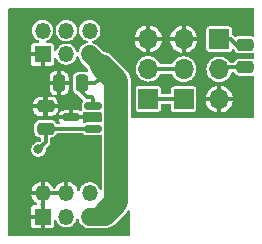
<source format=gbr>
%TF.GenerationSoftware,KiCad,Pcbnew,(5.99.0-8941-ge2f8b1a4b1)*%
%TF.CreationDate,2021-03-10T21:29:07+01:00*%
%TF.ProjectId,mod,6d6f642e-6b69-4636-9164-5f7063625858,rev?*%
%TF.SameCoordinates,Original*%
%TF.FileFunction,Copper,L2,Bot*%
%TF.FilePolarity,Positive*%
%FSLAX46Y46*%
G04 Gerber Fmt 4.6, Leading zero omitted, Abs format (unit mm)*
G04 Created by KiCad (PCBNEW (5.99.0-8941-ge2f8b1a4b1)) date 2021-03-10 21:29:07*
%MOMM*%
%LPD*%
G01*
G04 APERTURE LIST*
G04 Aperture macros list*
%AMRoundRect*
0 Rectangle with rounded corners*
0 $1 Rounding radius*
0 $2 $3 $4 $5 $6 $7 $8 $9 X,Y pos of 4 corners*
0 Add a 4 corners polygon primitive as box body*
4,1,4,$2,$3,$4,$5,$6,$7,$8,$9,$2,$3,0*
0 Add four circle primitives for the rounded corners*
1,1,$1+$1,$2,$3*
1,1,$1+$1,$4,$5*
1,1,$1+$1,$6,$7*
1,1,$1+$1,$8,$9*
0 Add four rect primitives between the rounded corners*
20,1,$1+$1,$2,$3,$4,$5,0*
20,1,$1+$1,$4,$5,$6,$7,0*
20,1,$1+$1,$6,$7,$8,$9,0*
20,1,$1+$1,$8,$9,$2,$3,0*%
G04 Aperture macros list end*
%TA.AperFunction,ComponentPad*%
%ADD10R,1.700000X1.700000*%
%TD*%
%TA.AperFunction,ComponentPad*%
%ADD11O,1.700000X1.700000*%
%TD*%
%TA.AperFunction,ComponentPad*%
%ADD12R,1.350000X1.350000*%
%TD*%
%TA.AperFunction,ComponentPad*%
%ADD13O,1.350000X1.350000*%
%TD*%
%TA.AperFunction,SMDPad,CuDef*%
%ADD14RoundRect,0.150000X0.587500X0.150000X-0.587500X0.150000X-0.587500X-0.150000X0.587500X-0.150000X0*%
%TD*%
%TA.AperFunction,SMDPad,CuDef*%
%ADD15RoundRect,0.250000X0.475000X-0.250000X0.475000X0.250000X-0.475000X0.250000X-0.475000X-0.250000X0*%
%TD*%
%TA.AperFunction,SMDPad,CuDef*%
%ADD16RoundRect,0.250000X0.250000X0.475000X-0.250000X0.475000X-0.250000X-0.475000X0.250000X-0.475000X0*%
%TD*%
%TA.AperFunction,SMDPad,CuDef*%
%ADD17RoundRect,0.250000X-0.475000X0.250000X-0.475000X-0.250000X0.475000X-0.250000X0.475000X0.250000X0*%
%TD*%
%TA.AperFunction,ViaPad*%
%ADD18C,0.800000*%
%TD*%
%TA.AperFunction,Conductor*%
%ADD19C,0.350000*%
%TD*%
%TA.AperFunction,Conductor*%
%ADD20C,2.000000*%
%TD*%
%TA.AperFunction,Conductor*%
%ADD21C,1.500000*%
%TD*%
G04 APERTURE END LIST*
D10*
%TO.P,J3,1,Pin_1*%
%TO.N,Net-(J3-Pad1)*%
X138200000Y-92975000D03*
D11*
%TO.P,J3,2,Pin_2*%
%TO.N,Net-(J3-Pad2)*%
X138200000Y-95515000D03*
%TO.P,J3,3,Pin_3*%
%TO.N,GND*%
X138200000Y-98055000D03*
%TD*%
D10*
%TO.P,J5,1,Pin_1*%
%TO.N,/SDA*%
X135200000Y-98050000D03*
D11*
%TO.P,J5,2,Pin_2*%
%TO.N,/SCL*%
X135200000Y-95510000D03*
%TO.P,J5,3,Pin_3*%
%TO.N,GND*%
X135200000Y-92970000D03*
%TD*%
D12*
%TO.P,J2,1,Pin_1*%
%TO.N,GND*%
X123250000Y-94250000D03*
D13*
%TO.P,J2,2,Pin_2*%
%TO.N,unconnected-(J2-Pad2)*%
X123250000Y-92250000D03*
%TO.P,J2,3,Pin_3*%
%TO.N,/PWM_OUT*%
X125250000Y-94250000D03*
%TO.P,J2,4,Pin_4*%
%TO.N,unconnected-(J2-Pad4)*%
X125250000Y-92250000D03*
%TO.P,J2,5,Pin_5*%
%TO.N,+12V*%
X127250000Y-94250000D03*
%TO.P,J2,6,Pin_6*%
%TO.N,unconnected-(J2-Pad6)*%
X127250000Y-92250000D03*
%TD*%
D12*
%TO.P,J1,1,Pin_1*%
%TO.N,GND*%
X123250000Y-108000000D03*
D13*
%TO.P,J1,2,Pin_2*%
X123250000Y-106000000D03*
%TO.P,J1,3,Pin_3*%
%TO.N,/PWM_IN*%
X125250000Y-108000000D03*
%TO.P,J1,4,Pin_4*%
%TO.N,GND*%
X125250000Y-106000000D03*
%TO.P,J1,5,Pin_5*%
%TO.N,+12V*%
X127250000Y-108000000D03*
%TO.P,J1,6,Pin_6*%
%TO.N,unconnected-(J1-Pad6)*%
X127250000Y-106000000D03*
%TD*%
D10*
%TO.P,J4,1,Pin_1*%
%TO.N,/SDA*%
X132200000Y-98025000D03*
D11*
%TO.P,J4,2,Pin_2*%
%TO.N,/SCL*%
X132200000Y-95485000D03*
%TO.P,J4,3,Pin_3*%
%TO.N,GND*%
X132200000Y-92945000D03*
%TD*%
D14*
%TO.P,U1,1,VI*%
%TO.N,+12V*%
X127537500Y-98650000D03*
%TO.P,U1,2,VO*%
%TO.N,Net-(C1-Pad1)*%
X127537500Y-100550000D03*
%TO.P,U1,3,GND*%
%TO.N,GND*%
X125662500Y-99600000D03*
%TD*%
D15*
%TO.P,C1,1*%
%TO.N,Net-(C1-Pad1)*%
X123500000Y-100550000D03*
%TO.P,C1,2*%
%TO.N,GND*%
X123500000Y-98650000D03*
%TD*%
D16*
%TO.P,C3,1*%
%TO.N,+12V*%
X126550000Y-96700000D03*
%TO.P,C3,2*%
%TO.N,GND*%
X124650000Y-96700000D03*
%TD*%
D17*
%TO.P,R1,1*%
%TO.N,Net-(J3-Pad1)*%
X140400000Y-93450000D03*
%TO.P,R1,2*%
%TO.N,Net-(J3-Pad2)*%
X140400000Y-95350000D03*
%TD*%
D18*
%TO.N,Net-(C1-Pad1)*%
X122900000Y-102300000D03*
%TO.N,GND*%
X121800000Y-96800000D03*
X122400000Y-103800000D03*
X129571258Y-93484979D03*
%TD*%
D19*
%TO.N,Net-(C1-Pad1)*%
X123500000Y-100550000D02*
X123500000Y-101700000D01*
X123500000Y-101700000D02*
X122900000Y-102300000D01*
X127537500Y-100550000D02*
X123500000Y-100550000D01*
%TO.N,+12V*%
X126550000Y-96700000D02*
X126550000Y-97450000D01*
X127000000Y-97900000D02*
X127400000Y-97900000D01*
X126550000Y-97450000D02*
X127000000Y-97900000D01*
X127400000Y-97900000D02*
X127537500Y-98037500D01*
X127537500Y-98037500D02*
X127537500Y-98650000D01*
X126550000Y-96700000D02*
X127700000Y-96700000D01*
X127700000Y-96700000D02*
X128250000Y-96150000D01*
X128250000Y-96150000D02*
X128250000Y-95250000D01*
D20*
X129500000Y-96500000D02*
X128250000Y-95250000D01*
X128500000Y-107750000D02*
X129500000Y-106750000D01*
X129500000Y-106750000D02*
X129500000Y-96500000D01*
D21*
X128250000Y-95250000D02*
X127250000Y-94250000D01*
X128250000Y-108000000D02*
X127250000Y-108000000D01*
X128500000Y-107750000D02*
X128250000Y-108000000D01*
D19*
%TO.N,Net-(J3-Pad2)*%
X138365000Y-95350000D02*
X138200000Y-95515000D01*
X140400000Y-95350000D02*
X138365000Y-95350000D01*
%TO.N,Net-(J3-Pad1)*%
X139175000Y-92975000D02*
X138200000Y-92975000D01*
X140400000Y-93450000D02*
X139650000Y-93450000D01*
X139650000Y-93450000D02*
X139175000Y-92975000D01*
%TO.N,/SCL*%
X135200000Y-95510000D02*
X132225000Y-95510000D01*
X132225000Y-95510000D02*
X132200000Y-95485000D01*
%TO.N,/SDA*%
X135200000Y-98050000D02*
X132225000Y-98050000D01*
X132225000Y-98050000D02*
X132200000Y-98025000D01*
%TD*%
%TA.AperFunction,Conductor*%
%TO.N,GND*%
G36*
X141109191Y-90368907D02*
G01*
X141145155Y-90418407D01*
X141150000Y-90449000D01*
X141150000Y-92658007D01*
X141131093Y-92716198D01*
X141081593Y-92752162D01*
X141022634Y-92752856D01*
X140945283Y-92729723D01*
X140942282Y-92729500D01*
X139890087Y-92729500D01*
X139886596Y-92730000D01*
X139886595Y-92730000D01*
X139857239Y-92734204D01*
X139791543Y-92743613D01*
X139668814Y-92799414D01*
X139667246Y-92800765D01*
X139610251Y-92815614D01*
X139553283Y-92793291D01*
X139546114Y-92786792D01*
X139499269Y-92739947D01*
X139499078Y-92739723D01*
X139499011Y-92739592D01*
X139410408Y-92650989D01*
X139403469Y-92647453D01*
X139403467Y-92647452D01*
X139389265Y-92640216D01*
X139376025Y-92632103D01*
X139356823Y-92618152D01*
X139343906Y-92613955D01*
X139294407Y-92577992D01*
X139275500Y-92519801D01*
X139275500Y-92125000D01*
X139258335Y-92038705D01*
X139209453Y-91965547D01*
X139136295Y-91916665D01*
X139050000Y-91899500D01*
X137350000Y-91899500D01*
X137263705Y-91916665D01*
X137190547Y-91965547D01*
X137141665Y-92038705D01*
X137124500Y-92125000D01*
X137124500Y-93825000D01*
X137141665Y-93911295D01*
X137147082Y-93919402D01*
X137167368Y-93949762D01*
X137190547Y-93984453D01*
X137198657Y-93989872D01*
X137216217Y-94001605D01*
X137263705Y-94033335D01*
X137350000Y-94050500D01*
X139050000Y-94050500D01*
X139136295Y-94033335D01*
X139183783Y-94001605D01*
X139201343Y-93989872D01*
X139209453Y-93984453D01*
X139232633Y-93949762D01*
X139252918Y-93919402D01*
X139258335Y-93911295D01*
X139272015Y-93842520D01*
X139301911Y-93789135D01*
X139357476Y-93763519D01*
X139414184Y-93774799D01*
X139414587Y-93774008D01*
X139414591Y-93774010D01*
X139414592Y-93774011D01*
X139420784Y-93777166D01*
X139421891Y-93778273D01*
X139427235Y-93781690D01*
X139427770Y-93782078D01*
X139426899Y-93783280D01*
X139464050Y-93820426D01*
X139468269Y-93831055D01*
X139468613Y-93833457D01*
X139524414Y-93956186D01*
X139553440Y-93989872D01*
X139605681Y-94050500D01*
X139612418Y-94058319D01*
X139725551Y-94131648D01*
X139732309Y-94133669D01*
X139732311Y-94133670D01*
X139764870Y-94143407D01*
X139854717Y-94170277D01*
X139857718Y-94170500D01*
X140909913Y-94170500D01*
X140913404Y-94170000D01*
X140913405Y-94170000D01*
X140942761Y-94165796D01*
X141008457Y-94156387D01*
X141014880Y-94153467D01*
X141021647Y-94151488D01*
X141022459Y-94154265D01*
X141070846Y-94148807D01*
X141124065Y-94178996D01*
X141149376Y-94234700D01*
X141150000Y-94245797D01*
X141150000Y-94558007D01*
X141131093Y-94616198D01*
X141081593Y-94652162D01*
X141022634Y-94652856D01*
X140945283Y-94629723D01*
X140942282Y-94629500D01*
X139890087Y-94629500D01*
X139886596Y-94630000D01*
X139886595Y-94630000D01*
X139859071Y-94633942D01*
X139791543Y-94643613D01*
X139668814Y-94699414D01*
X139566681Y-94787418D01*
X139562844Y-94793338D01*
X139519167Y-94860724D01*
X139493352Y-94900551D01*
X139493018Y-94900334D01*
X139454514Y-94941918D01*
X139406213Y-94954500D01*
X139171094Y-94954500D01*
X139112903Y-94935593D01*
X139094375Y-94918071D01*
X138966203Y-94760918D01*
X138963143Y-94757166D01*
X138931415Y-94730918D01*
X138805139Y-94626453D01*
X138805137Y-94626452D01*
X138801412Y-94623370D01*
X138616773Y-94523536D01*
X138527288Y-94495836D01*
X138420880Y-94462897D01*
X138420876Y-94462896D01*
X138416259Y-94461467D01*
X138411451Y-94460962D01*
X138411448Y-94460961D01*
X138212324Y-94440032D01*
X138212322Y-94440032D01*
X138207508Y-94439526D01*
X138139088Y-94445753D01*
X138003291Y-94458111D01*
X138003288Y-94458112D01*
X137998471Y-94458550D01*
X137993829Y-94459916D01*
X137993825Y-94459917D01*
X137801758Y-94516446D01*
X137801755Y-94516447D01*
X137797111Y-94517814D01*
X137788899Y-94522107D01*
X137615393Y-94612813D01*
X137615389Y-94612816D01*
X137611096Y-94615060D01*
X137607320Y-94618096D01*
X137607317Y-94618098D01*
X137451284Y-94743552D01*
X137447512Y-94746585D01*
X137444403Y-94750290D01*
X137444400Y-94750293D01*
X137315707Y-94903663D01*
X137312590Y-94907378D01*
X137310254Y-94911626D01*
X137310254Y-94911627D01*
X137284405Y-94958646D01*
X137211470Y-95091315D01*
X137210007Y-95095928D01*
X137210005Y-95095932D01*
X137167493Y-95229947D01*
X137148002Y-95291391D01*
X137124605Y-95499984D01*
X137125010Y-95504804D01*
X137140522Y-95689529D01*
X137142169Y-95709148D01*
X137143502Y-95713796D01*
X137143502Y-95713797D01*
X137198337Y-95905030D01*
X137200025Y-95910918D01*
X137202240Y-95915227D01*
X137202240Y-95915228D01*
X137251572Y-96011217D01*
X137295971Y-96097607D01*
X137426350Y-96262105D01*
X137430037Y-96265243D01*
X137430039Y-96265245D01*
X137476164Y-96304500D01*
X137586198Y-96398146D01*
X137590421Y-96400506D01*
X137590425Y-96400509D01*
X137707181Y-96465761D01*
X137769425Y-96500548D01*
X137774023Y-96502042D01*
X137964447Y-96563915D01*
X137964449Y-96563916D01*
X137969052Y-96565411D01*
X138177476Y-96590264D01*
X138182298Y-96589893D01*
X138182301Y-96589893D01*
X138250860Y-96584618D01*
X138386759Y-96574161D01*
X138588927Y-96517714D01*
X138593240Y-96515535D01*
X138593246Y-96515533D01*
X138730541Y-96446180D01*
X138776282Y-96423075D01*
X138850604Y-96365008D01*
X138937875Y-96296825D01*
X138937878Y-96296822D01*
X138941686Y-96293847D01*
X138965011Y-96266825D01*
X139075675Y-96138619D01*
X139075677Y-96138617D01*
X139078839Y-96134953D01*
X139176880Y-95962370D01*
X139180129Y-95956651D01*
X139180130Y-95956648D01*
X139182518Y-95952445D01*
X139184182Y-95947445D01*
X139228822Y-95813251D01*
X139265131Y-95764003D01*
X139322761Y-95745500D01*
X139410349Y-95745500D01*
X139468540Y-95764407D01*
X139500471Y-95803525D01*
X139524414Y-95856186D01*
X139529019Y-95861530D01*
X139529020Y-95861532D01*
X139607813Y-95952975D01*
X139612418Y-95958319D01*
X139725551Y-96031648D01*
X139732309Y-96033669D01*
X139732311Y-96033670D01*
X139777817Y-96047279D01*
X139854717Y-96070277D01*
X139857718Y-96070500D01*
X140909913Y-96070500D01*
X140913404Y-96070000D01*
X140913405Y-96070000D01*
X140960180Y-96063301D01*
X141008457Y-96056387D01*
X141014880Y-96053467D01*
X141021647Y-96051488D01*
X141022459Y-96054265D01*
X141070846Y-96048807D01*
X141124065Y-96078996D01*
X141149376Y-96134700D01*
X141150000Y-96145797D01*
X141150000Y-99551000D01*
X141131093Y-99609191D01*
X141081593Y-99645155D01*
X141051000Y-99650000D01*
X131021527Y-99650000D01*
X131012984Y-99649631D01*
X130980300Y-99646800D01*
X130980299Y-99646800D01*
X130972147Y-99646094D01*
X130964206Y-99648067D01*
X130964201Y-99648067D01*
X130932695Y-99655893D01*
X130925086Y-99657469D01*
X130913374Y-99659419D01*
X130885009Y-99664140D01*
X130877808Y-99668026D01*
X130872297Y-99669912D01*
X130866953Y-99672224D01*
X130859012Y-99674197D01*
X130856237Y-99675989D01*
X130797903Y-99681503D01*
X130745238Y-99650356D01*
X130720939Y-99594203D01*
X130720500Y-99584887D01*
X130720500Y-97175000D01*
X131124500Y-97175000D01*
X131124500Y-98875000D01*
X131141665Y-98961295D01*
X131190547Y-99034453D01*
X131263705Y-99083335D01*
X131350000Y-99100500D01*
X133050000Y-99100500D01*
X133136295Y-99083335D01*
X133209453Y-99034453D01*
X133258335Y-98961295D01*
X133275500Y-98875000D01*
X133275500Y-98544500D01*
X133294407Y-98486309D01*
X133343907Y-98450345D01*
X133374500Y-98445500D01*
X134025500Y-98445500D01*
X134083691Y-98464407D01*
X134119655Y-98513907D01*
X134124500Y-98544500D01*
X134124500Y-98900000D01*
X134141665Y-98986295D01*
X134156330Y-99008243D01*
X134177464Y-99039872D01*
X134190547Y-99059453D01*
X134198657Y-99064872D01*
X134226289Y-99083335D01*
X134263705Y-99108335D01*
X134350000Y-99125500D01*
X136050000Y-99125500D01*
X136136295Y-99108335D01*
X136173711Y-99083335D01*
X136201343Y-99064872D01*
X136209453Y-99059453D01*
X136222537Y-99039872D01*
X136243670Y-99008243D01*
X136258335Y-98986295D01*
X136275500Y-98900000D01*
X136275500Y-98236890D01*
X137059831Y-98236890D01*
X137060336Y-98240077D01*
X137110131Y-98436145D01*
X137113151Y-98444673D01*
X137197841Y-98628378D01*
X137202359Y-98636204D01*
X137319115Y-98801410D01*
X137324979Y-98808276D01*
X137469880Y-98949433D01*
X137476912Y-98955128D01*
X137645108Y-99067512D01*
X137653054Y-99071826D01*
X137838915Y-99151678D01*
X137847510Y-99154471D01*
X138009707Y-99191173D01*
X138022602Y-99189989D01*
X138025000Y-99181270D01*
X138025000Y-98245680D01*
X138022583Y-98238243D01*
X138375000Y-98238243D01*
X138375000Y-99176128D01*
X138379122Y-99188813D01*
X138380292Y-99189664D01*
X138386272Y-99190174D01*
X138465132Y-99178739D01*
X138473931Y-99176627D01*
X138665480Y-99111605D01*
X138673744Y-99107925D01*
X138850236Y-99009085D01*
X138857689Y-99003963D01*
X139013214Y-98874614D01*
X139019614Y-98868214D01*
X139148963Y-98712689D01*
X139154085Y-98705236D01*
X139252925Y-98528744D01*
X139256605Y-98520480D01*
X139321627Y-98328931D01*
X139323739Y-98320132D01*
X139334558Y-98245518D01*
X139332299Y-98232372D01*
X139331263Y-98231363D01*
X139325417Y-98230000D01*
X138390680Y-98230000D01*
X138377995Y-98234122D01*
X138375000Y-98238243D01*
X138022583Y-98238243D01*
X138020878Y-98232995D01*
X138016757Y-98230000D01*
X137074528Y-98230000D01*
X137061843Y-98234122D01*
X137059831Y-98236890D01*
X136275500Y-98236890D01*
X136275500Y-97864428D01*
X137064373Y-97864428D01*
X137066976Y-97877511D01*
X137068549Y-97878965D01*
X137073264Y-97880000D01*
X138009320Y-97880000D01*
X138022005Y-97875878D01*
X138025000Y-97871757D01*
X138025000Y-96933739D01*
X138023728Y-96929826D01*
X138375000Y-96929826D01*
X138375000Y-97864320D01*
X138379122Y-97877005D01*
X138383243Y-97880000D01*
X139323239Y-97880000D01*
X139335924Y-97875878D01*
X139337593Y-97873582D01*
X139337997Y-97869965D01*
X139336074Y-97849035D01*
X139334427Y-97840151D01*
X139279517Y-97645455D01*
X139276276Y-97637011D01*
X139186807Y-97455586D01*
X139182082Y-97447876D01*
X139061048Y-97285791D01*
X139054999Y-97279073D01*
X138906449Y-97141756D01*
X138899284Y-97136257D01*
X138728196Y-97028308D01*
X138720143Y-97024205D01*
X138532250Y-96949244D01*
X138523592Y-96946679D01*
X138390379Y-96920181D01*
X138377133Y-96921749D01*
X138377099Y-96921780D01*
X138375000Y-96929826D01*
X138023728Y-96929826D01*
X138020878Y-96921054D01*
X138020274Y-96920615D01*
X138013127Y-96920099D01*
X137905540Y-96938587D01*
X137896804Y-96940928D01*
X137707019Y-97010943D01*
X137698856Y-97014836D01*
X137525014Y-97118261D01*
X137517690Y-97123582D01*
X137365608Y-97256956D01*
X137359381Y-97263517D01*
X137234147Y-97422375D01*
X137229222Y-97429958D01*
X137135031Y-97608987D01*
X137131573Y-97617335D01*
X137071586Y-97810528D01*
X137069707Y-97819367D01*
X137064373Y-97864428D01*
X136275500Y-97864428D01*
X136275500Y-97200000D01*
X136258335Y-97113705D01*
X136209453Y-97040547D01*
X136189999Y-97027548D01*
X136144402Y-96997082D01*
X136144403Y-96997082D01*
X136136295Y-96991665D01*
X136050000Y-96974500D01*
X134350000Y-96974500D01*
X134263705Y-96991665D01*
X134255597Y-96997082D01*
X134255598Y-96997082D01*
X134210002Y-97027548D01*
X134190547Y-97040547D01*
X134141665Y-97113705D01*
X134124500Y-97200000D01*
X134124500Y-97555500D01*
X134105593Y-97613691D01*
X134056093Y-97649655D01*
X134025500Y-97654500D01*
X133374500Y-97654500D01*
X133316309Y-97635593D01*
X133280345Y-97586093D01*
X133275500Y-97555500D01*
X133275500Y-97175000D01*
X133258335Y-97088705D01*
X133224669Y-97038320D01*
X133214872Y-97023657D01*
X133209453Y-97015547D01*
X133136295Y-96966665D01*
X133050000Y-96949500D01*
X131350000Y-96949500D01*
X131263705Y-96966665D01*
X131190547Y-97015547D01*
X131185128Y-97023657D01*
X131175331Y-97038320D01*
X131141665Y-97088705D01*
X131124500Y-97175000D01*
X130720500Y-97175000D01*
X130720500Y-96587619D01*
X130721347Y-96574697D01*
X130723850Y-96555688D01*
X130723850Y-96555684D01*
X130724425Y-96551318D01*
X130720610Y-96470425D01*
X130720500Y-96465761D01*
X130720500Y-96443975D01*
X130718271Y-96418997D01*
X130717990Y-96414876D01*
X130716822Y-96390095D01*
X130714161Y-96333681D01*
X130709926Y-96315190D01*
X130707819Y-96301887D01*
X130706524Y-96287372D01*
X130706523Y-96287368D01*
X130706132Y-96282983D01*
X130701280Y-96265245D01*
X130684671Y-96204537D01*
X130683661Y-96200514D01*
X130680144Y-96185155D01*
X130673860Y-96157718D01*
X130666505Y-96125604D01*
X130666504Y-96125601D01*
X130665519Y-96121300D01*
X130660110Y-96108619D01*
X130658077Y-96103852D01*
X130653648Y-96091132D01*
X130649805Y-96077085D01*
X130649802Y-96077078D01*
X130648639Y-96072825D01*
X130646151Y-96067607D01*
X130613638Y-95999443D01*
X130611932Y-95995665D01*
X130581768Y-95924947D01*
X130581767Y-95924946D01*
X130580037Y-95920889D01*
X130577619Y-95917208D01*
X130577613Y-95917197D01*
X130569620Y-95905030D01*
X130563008Y-95893296D01*
X130556741Y-95880156D01*
X130556737Y-95880149D01*
X130554839Y-95876170D01*
X130507396Y-95810146D01*
X130505060Y-95806747D01*
X130493959Y-95789847D01*
X130460416Y-95738783D01*
X130458007Y-95736079D01*
X130458003Y-95736074D01*
X130441645Y-95717715D01*
X130435171Y-95709634D01*
X130427697Y-95699233D01*
X130350174Y-95624108D01*
X130349065Y-95623017D01*
X130196032Y-95469984D01*
X131124605Y-95469984D01*
X131127124Y-95499984D01*
X131139923Y-95652398D01*
X131142169Y-95679148D01*
X131143502Y-95683796D01*
X131143502Y-95683797D01*
X131198664Y-95876170D01*
X131200025Y-95880918D01*
X131202240Y-95885227D01*
X131202240Y-95885228D01*
X131222653Y-95924947D01*
X131295971Y-96067607D01*
X131426350Y-96232105D01*
X131430037Y-96235243D01*
X131430039Y-96235245D01*
X131493022Y-96288847D01*
X131586198Y-96368146D01*
X131590421Y-96370506D01*
X131590425Y-96370509D01*
X131684482Y-96423075D01*
X131769425Y-96470548D01*
X131774023Y-96472042D01*
X131964447Y-96533915D01*
X131964449Y-96533916D01*
X131969052Y-96535411D01*
X132177476Y-96560264D01*
X132182298Y-96559893D01*
X132182301Y-96559893D01*
X132250860Y-96554618D01*
X132386759Y-96544161D01*
X132588927Y-96487714D01*
X132593240Y-96485535D01*
X132593246Y-96485533D01*
X132681919Y-96440741D01*
X132776282Y-96393075D01*
X132852303Y-96333681D01*
X132937875Y-96266825D01*
X132937878Y-96266822D01*
X132941686Y-96263847D01*
X132950783Y-96253308D01*
X133075675Y-96108619D01*
X133075677Y-96108617D01*
X133078839Y-96104953D01*
X133163684Y-95955599D01*
X133208866Y-95914342D01*
X133249763Y-95905500D01*
X134139381Y-95905500D01*
X134197572Y-95924407D01*
X134227432Y-95959246D01*
X134295971Y-96092607D01*
X134426350Y-96257105D01*
X134430037Y-96260243D01*
X134430039Y-96260245D01*
X134473021Y-96296825D01*
X134586198Y-96393146D01*
X134590421Y-96395506D01*
X134590425Y-96395509D01*
X134673220Y-96441781D01*
X134769425Y-96495548D01*
X134774023Y-96497042D01*
X134964447Y-96558915D01*
X134964449Y-96558916D01*
X134969052Y-96560411D01*
X135177476Y-96585264D01*
X135182298Y-96584893D01*
X135182301Y-96584893D01*
X135250860Y-96579618D01*
X135386759Y-96569161D01*
X135588927Y-96512714D01*
X135593240Y-96510535D01*
X135593246Y-96510533D01*
X135681919Y-96465741D01*
X135776282Y-96418075D01*
X135878661Y-96338088D01*
X135937875Y-96291825D01*
X135937878Y-96291822D01*
X135941686Y-96288847D01*
X135962059Y-96265245D01*
X136075675Y-96133619D01*
X136075677Y-96133617D01*
X136078839Y-96129953D01*
X136170379Y-95968814D01*
X136180129Y-95951651D01*
X136180130Y-95951648D01*
X136182518Y-95947445D01*
X136190003Y-95924947D01*
X136247246Y-95752866D01*
X136247246Y-95752864D01*
X136248773Y-95748275D01*
X136250315Y-95736074D01*
X136264459Y-95624108D01*
X136275081Y-95540030D01*
X136275500Y-95510000D01*
X136255017Y-95301101D01*
X136252086Y-95291391D01*
X136207307Y-95143078D01*
X136194349Y-95100159D01*
X136095807Y-94914827D01*
X135963143Y-94752166D01*
X135861830Y-94668352D01*
X135805139Y-94621453D01*
X135805137Y-94621452D01*
X135801412Y-94618370D01*
X135630274Y-94525836D01*
X135621027Y-94520836D01*
X135621026Y-94520836D01*
X135616773Y-94518536D01*
X135542885Y-94495664D01*
X135420880Y-94457897D01*
X135420876Y-94457896D01*
X135416259Y-94456467D01*
X135411451Y-94455962D01*
X135411448Y-94455961D01*
X135212324Y-94435032D01*
X135212322Y-94435032D01*
X135207508Y-94434526D01*
X135152568Y-94439526D01*
X135003291Y-94453111D01*
X135003288Y-94453112D01*
X134998471Y-94453550D01*
X134993829Y-94454916D01*
X134993825Y-94454917D01*
X134801758Y-94511446D01*
X134801755Y-94511447D01*
X134797111Y-94512814D01*
X134792817Y-94515059D01*
X134615393Y-94607813D01*
X134615389Y-94607816D01*
X134611096Y-94610060D01*
X134607320Y-94613096D01*
X134607317Y-94613098D01*
X134460779Y-94730918D01*
X134447512Y-94741585D01*
X134444403Y-94745290D01*
X134444400Y-94745293D01*
X134317083Y-94897023D01*
X134312590Y-94902378D01*
X134310256Y-94906624D01*
X134310251Y-94906631D01*
X134224181Y-95063193D01*
X134179579Y-95105078D01*
X134137427Y-95114500D01*
X133274752Y-95114500D01*
X133216561Y-95095593D01*
X133187340Y-95061977D01*
X133098081Y-94894104D01*
X133095807Y-94889827D01*
X132963143Y-94727166D01*
X132929597Y-94699414D01*
X132805139Y-94596453D01*
X132805137Y-94596452D01*
X132801412Y-94593370D01*
X132649897Y-94511446D01*
X132621027Y-94495836D01*
X132621026Y-94495836D01*
X132616773Y-94493536D01*
X132513174Y-94461467D01*
X132420880Y-94432897D01*
X132420876Y-94432896D01*
X132416259Y-94431467D01*
X132411451Y-94430962D01*
X132411448Y-94430961D01*
X132212324Y-94410032D01*
X132212322Y-94410032D01*
X132207508Y-94409526D01*
X132159952Y-94413854D01*
X132003291Y-94428111D01*
X132003288Y-94428112D01*
X131998471Y-94428550D01*
X131993829Y-94429916D01*
X131993825Y-94429917D01*
X131801758Y-94486446D01*
X131801755Y-94486447D01*
X131797111Y-94487814D01*
X131781766Y-94495836D01*
X131615393Y-94582813D01*
X131615389Y-94582816D01*
X131611096Y-94585060D01*
X131607320Y-94588096D01*
X131607317Y-94588098D01*
X131475280Y-94694259D01*
X131447512Y-94716585D01*
X131444403Y-94720290D01*
X131444400Y-94720293D01*
X131315707Y-94873663D01*
X131312590Y-94877378D01*
X131310254Y-94881626D01*
X131310254Y-94881627D01*
X131288929Y-94920417D01*
X131211470Y-95061315D01*
X131210007Y-95065928D01*
X131210005Y-95065932D01*
X131169856Y-95192498D01*
X131148002Y-95261391D01*
X131124605Y-95469984D01*
X130196032Y-95469984D01*
X129074957Y-94348910D01*
X129073408Y-94347361D01*
X128949410Y-94243682D01*
X128760152Y-94135731D01*
X128554769Y-94063002D01*
X128550426Y-94062291D01*
X128550423Y-94062290D01*
X128443601Y-94044797D01*
X128389596Y-94017102D01*
X127901440Y-93528946D01*
X127833076Y-93473189D01*
X127790885Y-93438778D01*
X127790882Y-93438776D01*
X127786994Y-93435605D01*
X127612270Y-93344262D01*
X127607446Y-93342879D01*
X127607444Y-93342878D01*
X127549088Y-93326145D01*
X127481859Y-93306867D01*
X127431135Y-93272654D01*
X127410208Y-93215158D01*
X127427073Y-93156343D01*
X127464772Y-93126890D01*
X131059831Y-93126890D01*
X131060336Y-93130077D01*
X131110131Y-93326145D01*
X131113151Y-93334673D01*
X131197841Y-93518378D01*
X131202359Y-93526204D01*
X131319115Y-93691410D01*
X131324979Y-93698276D01*
X131469880Y-93839433D01*
X131476912Y-93845128D01*
X131645108Y-93957512D01*
X131653054Y-93961826D01*
X131838915Y-94041678D01*
X131847510Y-94044471D01*
X132009707Y-94081173D01*
X132022602Y-94079989D01*
X132025000Y-94071270D01*
X132025000Y-93135680D01*
X132022583Y-93128243D01*
X132375000Y-93128243D01*
X132375000Y-94066128D01*
X132379122Y-94078813D01*
X132380292Y-94079664D01*
X132386272Y-94080174D01*
X132465132Y-94068739D01*
X132473931Y-94066627D01*
X132665480Y-94001605D01*
X132673744Y-93997925D01*
X132850236Y-93899085D01*
X132857689Y-93893963D01*
X133013214Y-93764614D01*
X133019614Y-93758214D01*
X133148963Y-93602689D01*
X133154085Y-93595236D01*
X133252925Y-93418744D01*
X133256605Y-93410480D01*
X133321627Y-93218931D01*
X133323739Y-93210132D01*
X133332184Y-93151890D01*
X134059831Y-93151890D01*
X134060336Y-93155077D01*
X134110131Y-93351145D01*
X134113151Y-93359673D01*
X134197841Y-93543378D01*
X134202359Y-93551204D01*
X134319115Y-93716410D01*
X134324979Y-93723276D01*
X134469880Y-93864433D01*
X134476912Y-93870128D01*
X134645108Y-93982512D01*
X134653054Y-93986826D01*
X134838915Y-94066678D01*
X134847510Y-94069471D01*
X135009707Y-94106173D01*
X135022602Y-94104989D01*
X135025000Y-94096270D01*
X135025000Y-93160680D01*
X135022583Y-93153243D01*
X135375000Y-93153243D01*
X135375000Y-94091128D01*
X135379122Y-94103813D01*
X135380292Y-94104664D01*
X135386272Y-94105174D01*
X135465132Y-94093739D01*
X135473931Y-94091627D01*
X135665480Y-94026605D01*
X135673744Y-94022925D01*
X135850236Y-93924085D01*
X135857689Y-93918963D01*
X136013214Y-93789614D01*
X136019614Y-93783214D01*
X136148963Y-93627689D01*
X136154085Y-93620236D01*
X136252925Y-93443744D01*
X136256605Y-93435480D01*
X136321627Y-93243931D01*
X136323739Y-93235132D01*
X136334558Y-93160518D01*
X136332299Y-93147372D01*
X136331263Y-93146363D01*
X136325417Y-93145000D01*
X135390680Y-93145000D01*
X135377995Y-93149122D01*
X135375000Y-93153243D01*
X135022583Y-93153243D01*
X135020878Y-93147995D01*
X135016757Y-93145000D01*
X134074528Y-93145000D01*
X134061843Y-93149122D01*
X134059831Y-93151890D01*
X133332184Y-93151890D01*
X133334558Y-93135518D01*
X133332299Y-93122372D01*
X133331263Y-93121363D01*
X133325417Y-93120000D01*
X132390680Y-93120000D01*
X132377995Y-93124122D01*
X132375000Y-93128243D01*
X132022583Y-93128243D01*
X132020878Y-93122995D01*
X132016757Y-93120000D01*
X131074528Y-93120000D01*
X131061843Y-93124122D01*
X131059831Y-93126890D01*
X127464772Y-93126890D01*
X127475288Y-93118674D01*
X127488564Y-93114867D01*
X127523191Y-93107506D01*
X127523195Y-93107505D01*
X127528270Y-93106426D01*
X127533004Y-93104318D01*
X127533008Y-93104317D01*
X127599207Y-93074843D01*
X127700250Y-93029856D01*
X127852552Y-92919202D01*
X127856018Y-92915352D01*
X127856022Y-92915349D01*
X127975048Y-92783157D01*
X127978406Y-92779428D01*
X134064373Y-92779428D01*
X134066976Y-92792511D01*
X134068549Y-92793965D01*
X134073264Y-92795000D01*
X135009320Y-92795000D01*
X135022005Y-92790878D01*
X135025000Y-92786757D01*
X135025000Y-91848739D01*
X135023728Y-91844826D01*
X135375000Y-91844826D01*
X135375000Y-92779320D01*
X135379122Y-92792005D01*
X135383243Y-92795000D01*
X136323239Y-92795000D01*
X136335924Y-92790878D01*
X136337593Y-92788582D01*
X136337997Y-92784965D01*
X136336074Y-92764035D01*
X136334427Y-92755151D01*
X136279517Y-92560455D01*
X136276276Y-92552011D01*
X136186807Y-92370586D01*
X136182082Y-92362876D01*
X136061048Y-92200791D01*
X136054999Y-92194073D01*
X135906449Y-92056756D01*
X135899284Y-92051257D01*
X135728196Y-91943308D01*
X135720143Y-91939205D01*
X135532250Y-91864244D01*
X135523592Y-91861679D01*
X135390379Y-91835181D01*
X135377133Y-91836749D01*
X135377099Y-91836780D01*
X135375000Y-91844826D01*
X135023728Y-91844826D01*
X135020878Y-91836054D01*
X135020274Y-91835615D01*
X135013127Y-91835099D01*
X134905540Y-91853587D01*
X134896804Y-91855928D01*
X134707019Y-91925943D01*
X134698856Y-91929836D01*
X134525014Y-92033261D01*
X134517690Y-92038582D01*
X134365608Y-92171956D01*
X134359381Y-92178517D01*
X134234147Y-92337375D01*
X134229222Y-92344958D01*
X134135031Y-92523987D01*
X134131573Y-92532335D01*
X134071586Y-92725528D01*
X134069707Y-92734367D01*
X134064373Y-92779428D01*
X127978406Y-92779428D01*
X127978520Y-92779301D01*
X127983890Y-92770000D01*
X127992880Y-92754428D01*
X131064373Y-92754428D01*
X131066976Y-92767511D01*
X131068549Y-92768965D01*
X131073264Y-92770000D01*
X132009320Y-92770000D01*
X132022005Y-92765878D01*
X132025000Y-92761757D01*
X132025000Y-91823739D01*
X132023728Y-91819826D01*
X132375000Y-91819826D01*
X132375000Y-92754320D01*
X132379122Y-92767005D01*
X132383243Y-92770000D01*
X133323239Y-92770000D01*
X133335924Y-92765878D01*
X133337593Y-92763582D01*
X133337997Y-92759965D01*
X133336074Y-92739035D01*
X133334427Y-92730151D01*
X133279517Y-92535455D01*
X133276276Y-92527011D01*
X133186807Y-92345586D01*
X133182082Y-92337876D01*
X133061048Y-92175791D01*
X133054999Y-92169073D01*
X132906449Y-92031756D01*
X132899284Y-92026257D01*
X132728196Y-91918308D01*
X132720143Y-91914205D01*
X132532250Y-91839244D01*
X132523592Y-91836679D01*
X132390379Y-91810181D01*
X132377133Y-91811749D01*
X132377099Y-91811780D01*
X132375000Y-91819826D01*
X132023728Y-91819826D01*
X132020878Y-91811054D01*
X132020274Y-91810615D01*
X132013127Y-91810099D01*
X131905540Y-91828587D01*
X131896804Y-91830928D01*
X131707019Y-91900943D01*
X131698856Y-91904836D01*
X131525014Y-92008261D01*
X131517690Y-92013582D01*
X131365608Y-92146956D01*
X131359381Y-92153517D01*
X131234147Y-92312375D01*
X131229222Y-92319958D01*
X131135031Y-92498987D01*
X131131573Y-92507335D01*
X131071586Y-92700528D01*
X131069707Y-92709367D01*
X131064373Y-92754428D01*
X127992880Y-92754428D01*
X128070056Y-92620756D01*
X128070057Y-92620754D01*
X128072648Y-92616266D01*
X128075200Y-92608412D01*
X128129220Y-92442156D01*
X128129221Y-92442152D01*
X128130822Y-92437224D01*
X128150500Y-92250000D01*
X128130822Y-92062776D01*
X128127080Y-92051257D01*
X128074250Y-91888664D01*
X128074249Y-91888663D01*
X128072648Y-91883734D01*
X128061396Y-91864244D01*
X127981113Y-91725190D01*
X127981112Y-91725189D01*
X127978520Y-91720699D01*
X127970912Y-91712249D01*
X127856022Y-91584651D01*
X127856018Y-91584648D01*
X127852552Y-91580798D01*
X127700250Y-91470144D01*
X127599207Y-91425157D01*
X127533008Y-91395683D01*
X127533004Y-91395682D01*
X127528270Y-91393574D01*
X127344128Y-91354433D01*
X127155872Y-91354433D01*
X126971730Y-91393574D01*
X126966996Y-91395682D01*
X126966992Y-91395683D01*
X126900793Y-91425157D01*
X126799750Y-91470144D01*
X126647448Y-91580798D01*
X126643982Y-91584648D01*
X126643978Y-91584651D01*
X126529088Y-91712249D01*
X126521480Y-91720699D01*
X126518888Y-91725189D01*
X126518887Y-91725190D01*
X126438605Y-91864244D01*
X126427352Y-91883734D01*
X126425751Y-91888663D01*
X126425750Y-91888664D01*
X126372921Y-92051257D01*
X126369178Y-92062776D01*
X126349500Y-92250000D01*
X126369178Y-92437224D01*
X126370779Y-92442152D01*
X126370780Y-92442156D01*
X126424800Y-92608412D01*
X126427352Y-92616266D01*
X126429943Y-92620754D01*
X126429944Y-92620756D01*
X126516110Y-92770000D01*
X126521480Y-92779301D01*
X126524952Y-92783157D01*
X126643978Y-92915349D01*
X126643982Y-92915352D01*
X126647448Y-92919202D01*
X126799750Y-93029856D01*
X126900793Y-93074843D01*
X126966992Y-93104317D01*
X126966996Y-93104318D01*
X126971730Y-93106426D01*
X126976805Y-93107505D01*
X126976809Y-93107506D01*
X127005537Y-93113613D01*
X127058525Y-93144206D01*
X127083411Y-93200102D01*
X127070689Y-93259950D01*
X127025219Y-93300890D01*
X127016859Y-93304166D01*
X127007060Y-93307502D01*
X126848666Y-93361423D01*
X126848660Y-93361426D01*
X126843918Y-93363040D01*
X126839597Y-93365575D01*
X126839593Y-93365577D01*
X126706361Y-93443744D01*
X126673864Y-93462810D01*
X126527345Y-93594737D01*
X126410346Y-93753430D01*
X126408243Y-93757981D01*
X126408242Y-93757983D01*
X126333656Y-93919402D01*
X126327646Y-93932408D01*
X126326501Y-93937291D01*
X126326499Y-93937296D01*
X126308341Y-94014716D01*
X126276646Y-94067052D01*
X126220242Y-94090763D01*
X126160673Y-94076791D01*
X126120693Y-94030474D01*
X126117802Y-94022703D01*
X126074250Y-93888664D01*
X126074249Y-93888663D01*
X126072648Y-93883734D01*
X126018032Y-93789135D01*
X125981113Y-93725190D01*
X125981112Y-93725189D01*
X125978520Y-93720699D01*
X125901195Y-93634821D01*
X125856022Y-93584651D01*
X125856018Y-93584648D01*
X125852552Y-93580798D01*
X125700250Y-93470144D01*
X125566242Y-93410480D01*
X125533008Y-93395683D01*
X125533004Y-93395682D01*
X125528270Y-93393574D01*
X125344128Y-93354433D01*
X125155872Y-93354433D01*
X124971730Y-93393574D01*
X124966996Y-93395682D01*
X124966992Y-93395683D01*
X124933758Y-93410480D01*
X124799750Y-93470144D01*
X124647448Y-93580798D01*
X124643982Y-93584648D01*
X124643978Y-93584651D01*
X124598805Y-93634821D01*
X124521480Y-93720699D01*
X124518888Y-93725189D01*
X124518887Y-93725190D01*
X124481969Y-93789135D01*
X124427352Y-93883734D01*
X124425751Y-93888663D01*
X124425750Y-93888664D01*
X124423155Y-93896651D01*
X124387191Y-93946151D01*
X124329000Y-93965058D01*
X124270809Y-93946151D01*
X124234845Y-93896651D01*
X124230000Y-93866058D01*
X124230000Y-93576130D01*
X124229947Y-93573863D01*
X124228963Y-93552577D01*
X124227133Y-93541354D01*
X124200535Y-93447870D01*
X124192498Y-93431732D01*
X124136005Y-93356922D01*
X124122679Y-93344774D01*
X124042979Y-93295426D01*
X124026158Y-93288910D01*
X123929507Y-93270842D01*
X123920417Y-93270000D01*
X123626636Y-93270000D01*
X123568445Y-93251093D01*
X123532481Y-93201593D01*
X123532481Y-93140407D01*
X123568445Y-93090907D01*
X123586369Y-93080559D01*
X123695516Y-93031964D01*
X123695518Y-93031963D01*
X123700250Y-93029856D01*
X123852552Y-92919202D01*
X123856018Y-92915352D01*
X123856022Y-92915349D01*
X123975048Y-92783157D01*
X123978520Y-92779301D01*
X123983890Y-92770000D01*
X124070056Y-92620756D01*
X124070057Y-92620754D01*
X124072648Y-92616266D01*
X124075200Y-92608412D01*
X124129220Y-92442156D01*
X124129221Y-92442152D01*
X124130822Y-92437224D01*
X124150500Y-92250000D01*
X124349500Y-92250000D01*
X124369178Y-92437224D01*
X124370779Y-92442152D01*
X124370780Y-92442156D01*
X124424800Y-92608412D01*
X124427352Y-92616266D01*
X124429943Y-92620754D01*
X124429944Y-92620756D01*
X124516110Y-92770000D01*
X124521480Y-92779301D01*
X124524952Y-92783157D01*
X124643978Y-92915349D01*
X124643982Y-92915352D01*
X124647448Y-92919202D01*
X124799750Y-93029856D01*
X124900793Y-93074843D01*
X124966992Y-93104317D01*
X124966996Y-93104318D01*
X124971730Y-93106426D01*
X125155872Y-93145567D01*
X125344128Y-93145567D01*
X125528270Y-93106426D01*
X125533004Y-93104318D01*
X125533008Y-93104317D01*
X125599207Y-93074843D01*
X125700250Y-93029856D01*
X125852552Y-92919202D01*
X125856018Y-92915352D01*
X125856022Y-92915349D01*
X125975048Y-92783157D01*
X125978520Y-92779301D01*
X125983890Y-92770000D01*
X126070056Y-92620756D01*
X126070057Y-92620754D01*
X126072648Y-92616266D01*
X126075200Y-92608412D01*
X126129220Y-92442156D01*
X126129221Y-92442152D01*
X126130822Y-92437224D01*
X126150500Y-92250000D01*
X126130822Y-92062776D01*
X126127080Y-92051257D01*
X126074250Y-91888664D01*
X126074249Y-91888663D01*
X126072648Y-91883734D01*
X126061396Y-91864244D01*
X125981113Y-91725190D01*
X125981112Y-91725189D01*
X125978520Y-91720699D01*
X125970912Y-91712249D01*
X125856022Y-91584651D01*
X125856018Y-91584648D01*
X125852552Y-91580798D01*
X125700250Y-91470144D01*
X125599207Y-91425157D01*
X125533008Y-91395683D01*
X125533004Y-91395682D01*
X125528270Y-91393574D01*
X125344128Y-91354433D01*
X125155872Y-91354433D01*
X124971730Y-91393574D01*
X124966996Y-91395682D01*
X124966992Y-91395683D01*
X124900793Y-91425157D01*
X124799750Y-91470144D01*
X124647448Y-91580798D01*
X124643982Y-91584648D01*
X124643978Y-91584651D01*
X124529088Y-91712249D01*
X124521480Y-91720699D01*
X124518888Y-91725189D01*
X124518887Y-91725190D01*
X124438605Y-91864244D01*
X124427352Y-91883734D01*
X124425751Y-91888663D01*
X124425750Y-91888664D01*
X124372921Y-92051257D01*
X124369178Y-92062776D01*
X124349500Y-92250000D01*
X124150500Y-92250000D01*
X124130822Y-92062776D01*
X124127080Y-92051257D01*
X124074250Y-91888664D01*
X124074249Y-91888663D01*
X124072648Y-91883734D01*
X124061396Y-91864244D01*
X123981113Y-91725190D01*
X123981112Y-91725189D01*
X123978520Y-91720699D01*
X123970912Y-91712249D01*
X123856022Y-91584651D01*
X123856018Y-91584648D01*
X123852552Y-91580798D01*
X123700250Y-91470144D01*
X123599207Y-91425157D01*
X123533008Y-91395683D01*
X123533004Y-91395682D01*
X123528270Y-91393574D01*
X123344128Y-91354433D01*
X123155872Y-91354433D01*
X122971730Y-91393574D01*
X122966996Y-91395682D01*
X122966992Y-91395683D01*
X122900793Y-91425157D01*
X122799750Y-91470144D01*
X122647448Y-91580798D01*
X122643982Y-91584648D01*
X122643978Y-91584651D01*
X122529088Y-91712249D01*
X122521480Y-91720699D01*
X122518888Y-91725189D01*
X122518887Y-91725190D01*
X122438605Y-91864244D01*
X122427352Y-91883734D01*
X122425751Y-91888663D01*
X122425750Y-91888664D01*
X122372921Y-92051257D01*
X122369178Y-92062776D01*
X122349500Y-92250000D01*
X122369178Y-92437224D01*
X122370779Y-92442152D01*
X122370780Y-92442156D01*
X122424800Y-92608412D01*
X122427352Y-92616266D01*
X122429943Y-92620754D01*
X122429944Y-92620756D01*
X122516110Y-92770000D01*
X122521480Y-92779301D01*
X122524952Y-92783157D01*
X122643978Y-92915349D01*
X122643982Y-92915352D01*
X122647448Y-92919202D01*
X122799750Y-93029856D01*
X122804482Y-93031963D01*
X122804484Y-93031964D01*
X122913631Y-93080559D01*
X122959100Y-93121500D01*
X122971822Y-93181348D01*
X122946935Y-93237244D01*
X122893947Y-93267837D01*
X122873364Y-93270000D01*
X122576130Y-93270000D01*
X122573863Y-93270053D01*
X122552577Y-93271037D01*
X122541354Y-93272867D01*
X122447870Y-93299465D01*
X122431732Y-93307502D01*
X122356922Y-93363995D01*
X122344774Y-93377321D01*
X122295426Y-93457021D01*
X122288910Y-93473842D01*
X122270842Y-93570493D01*
X122270000Y-93579583D01*
X122270000Y-94059320D01*
X122274122Y-94072005D01*
X122278243Y-94075000D01*
X123326000Y-94075000D01*
X123384191Y-94093907D01*
X123420155Y-94143407D01*
X123425000Y-94174000D01*
X123425000Y-95214320D01*
X123429122Y-95227005D01*
X123433243Y-95230000D01*
X123923870Y-95230000D01*
X123926137Y-95229947D01*
X123947423Y-95228963D01*
X123958646Y-95227133D01*
X124052130Y-95200535D01*
X124068268Y-95192498D01*
X124143078Y-95136005D01*
X124155226Y-95122679D01*
X124204574Y-95042979D01*
X124211090Y-95026158D01*
X124229158Y-94929507D01*
X124230000Y-94920417D01*
X124230000Y-94633942D01*
X124248907Y-94575751D01*
X124298407Y-94539787D01*
X124359593Y-94539787D01*
X124409093Y-94575751D01*
X124423155Y-94603349D01*
X124425336Y-94610060D01*
X124427352Y-94616266D01*
X124429943Y-94620754D01*
X124429944Y-94620756D01*
X124518887Y-94774810D01*
X124521480Y-94779301D01*
X124524952Y-94783157D01*
X124643978Y-94915349D01*
X124643982Y-94915352D01*
X124647448Y-94919202D01*
X124799750Y-95029856D01*
X124886025Y-95068268D01*
X124966992Y-95104317D01*
X124966996Y-95104318D01*
X124971730Y-95106426D01*
X125155872Y-95145567D01*
X125344128Y-95145567D01*
X125528270Y-95106426D01*
X125533004Y-95104318D01*
X125533008Y-95104317D01*
X125613975Y-95068268D01*
X125700250Y-95029856D01*
X125852552Y-94919202D01*
X125856018Y-94915352D01*
X125856022Y-94915349D01*
X125975048Y-94783157D01*
X125978520Y-94779301D01*
X125981113Y-94774810D01*
X126070056Y-94620756D01*
X126070057Y-94620754D01*
X126072648Y-94616266D01*
X126074250Y-94611336D01*
X126116189Y-94482261D01*
X126152153Y-94432761D01*
X126210344Y-94413854D01*
X126268535Y-94432761D01*
X126304499Y-94482261D01*
X126307840Y-94495664D01*
X126311357Y-94515609D01*
X126313202Y-94520269D01*
X126342145Y-94593370D01*
X126383936Y-94698924D01*
X126386680Y-94703118D01*
X126386682Y-94703121D01*
X126445718Y-94793338D01*
X126491894Y-94863902D01*
X126496292Y-94868786D01*
X127013328Y-95385822D01*
X127039825Y-95433724D01*
X127064173Y-95540030D01*
X127084481Y-95628700D01*
X127086212Y-95632758D01*
X127094589Y-95652398D01*
X127100028Y-95713341D01*
X127068607Y-95765842D01*
X127012327Y-95789847D01*
X126975161Y-95786088D01*
X126936997Y-95774675D01*
X126870283Y-95754723D01*
X126867282Y-95754500D01*
X126265087Y-95754500D01*
X126261596Y-95755000D01*
X126261595Y-95755000D01*
X126232239Y-95759204D01*
X126166543Y-95768613D01*
X126160120Y-95771533D01*
X126160121Y-95771533D01*
X126075158Y-95810163D01*
X126043814Y-95824414D01*
X126006941Y-95856186D01*
X125948828Y-95906260D01*
X125941681Y-95912418D01*
X125868352Y-96025551D01*
X125866331Y-96032309D01*
X125866330Y-96032311D01*
X125855436Y-96068739D01*
X125829723Y-96154717D01*
X125829500Y-96157718D01*
X125829500Y-97209913D01*
X125843613Y-97308457D01*
X125899414Y-97431186D01*
X125987418Y-97533319D01*
X126100551Y-97606648D01*
X126107309Y-97608669D01*
X126107311Y-97608670D01*
X126160591Y-97624604D01*
X126210925Y-97659392D01*
X126220434Y-97674507D01*
X126222451Y-97678466D01*
X126222454Y-97678470D01*
X126225989Y-97685408D01*
X126314592Y-97774011D01*
X126314723Y-97774078D01*
X126314947Y-97774269D01*
X126664133Y-98123455D01*
X126691910Y-98177972D01*
X126682339Y-98238404D01*
X126666827Y-98260660D01*
X126636154Y-98293842D01*
X126632846Y-98301324D01*
X126632845Y-98301326D01*
X126606838Y-98360155D01*
X126586297Y-98406617D01*
X126579500Y-98460421D01*
X126579500Y-98830040D01*
X126580171Y-98834069D01*
X126591938Y-98904764D01*
X126594745Y-98921631D01*
X126598630Y-98928831D01*
X126599644Y-98931793D01*
X126600604Y-98992971D01*
X126565421Y-99043029D01*
X126507534Y-99062847D01*
X126456256Y-99049465D01*
X126423901Y-99030671D01*
X126410283Y-99025280D01*
X126306720Y-99001275D01*
X126295571Y-99000000D01*
X125853180Y-99000000D01*
X125840495Y-99004122D01*
X125837500Y-99008243D01*
X125837500Y-99409320D01*
X125841622Y-99422005D01*
X125845743Y-99425000D01*
X126684320Y-99425000D01*
X126697005Y-99420878D01*
X126699750Y-99417100D01*
X126699450Y-99413086D01*
X126685986Y-99323529D01*
X126681683Y-99309541D01*
X126661795Y-99268125D01*
X126653650Y-99207485D01*
X126682704Y-99153638D01*
X126737860Y-99127152D01*
X126791068Y-99134725D01*
X126850024Y-99160789D01*
X126850028Y-99160790D01*
X126856617Y-99163703D01*
X126910421Y-99170500D01*
X128155040Y-99170500D01*
X128164249Y-99168967D01*
X128224752Y-99178065D01*
X128268355Y-99220989D01*
X128279500Y-99266624D01*
X128279500Y-99931725D01*
X128260593Y-99989916D01*
X128211093Y-100025880D01*
X128170793Y-100029688D01*
X128170768Y-100030085D01*
X128168263Y-100029927D01*
X128168090Y-100029944D01*
X128164579Y-100029500D01*
X126919960Y-100029500D01*
X126828369Y-100044745D01*
X126803424Y-100058205D01*
X126743237Y-100069197D01*
X126688081Y-100042712D01*
X126659026Y-99988866D01*
X126666816Y-99930861D01*
X126666606Y-99930778D01*
X126666941Y-99929933D01*
X126667170Y-99928225D01*
X126668942Y-99924879D01*
X126674720Y-99910283D01*
X126698725Y-99806720D01*
X126700000Y-99795571D01*
X126700000Y-99790680D01*
X126695878Y-99777995D01*
X126691757Y-99775000D01*
X124640680Y-99775000D01*
X124627995Y-99779122D01*
X124625250Y-99782900D01*
X124625550Y-99786914D01*
X124639014Y-99876471D01*
X124643317Y-99890459D01*
X124695475Y-99999077D01*
X124696002Y-99999853D01*
X124696239Y-100000669D01*
X124698678Y-100005748D01*
X124697833Y-100006154D01*
X124713073Y-100058608D01*
X124692348Y-100116177D01*
X124641743Y-100150569D01*
X124614122Y-100154500D01*
X124489651Y-100154500D01*
X124431460Y-100135593D01*
X124399529Y-100096475D01*
X124382312Y-100058608D01*
X124375586Y-100043814D01*
X124363831Y-100030171D01*
X124292187Y-99947025D01*
X124292186Y-99947024D01*
X124287582Y-99941681D01*
X124174449Y-99868352D01*
X124167691Y-99866331D01*
X124167689Y-99866330D01*
X124122183Y-99852721D01*
X124045283Y-99829723D01*
X124042282Y-99829500D01*
X122990087Y-99829500D01*
X122986596Y-99830000D01*
X122986595Y-99830000D01*
X122957239Y-99834204D01*
X122891543Y-99843613D01*
X122885120Y-99846533D01*
X122885121Y-99846533D01*
X122788510Y-99890459D01*
X122768814Y-99899414D01*
X122666681Y-99987418D01*
X122593352Y-100100551D01*
X122554723Y-100229717D01*
X122554500Y-100232718D01*
X122554500Y-100834913D01*
X122568613Y-100933457D01*
X122571533Y-100939879D01*
X122600222Y-101002977D01*
X122624414Y-101056186D01*
X122712418Y-101158319D01*
X122825551Y-101231648D01*
X122832309Y-101233669D01*
X122832311Y-101233670D01*
X122877817Y-101247279D01*
X122954717Y-101270277D01*
X122957718Y-101270500D01*
X123005500Y-101270500D01*
X123063691Y-101289407D01*
X123099655Y-101338907D01*
X123104500Y-101369500D01*
X123104500Y-101495170D01*
X123085593Y-101553361D01*
X123075504Y-101565174D01*
X122993119Y-101647559D01*
X122938602Y-101675336D01*
X122929339Y-101676359D01*
X122782793Y-101685579D01*
X122633675Y-101734031D01*
X122501291Y-101818044D01*
X122497031Y-101822581D01*
X122497028Y-101822583D01*
X122398226Y-101927797D01*
X122393960Y-101932340D01*
X122318425Y-102069738D01*
X122316877Y-102075768D01*
X122316876Y-102075770D01*
X122280981Y-102215569D01*
X122280980Y-102215573D01*
X122279432Y-102221604D01*
X122279432Y-102378396D01*
X122280980Y-102384427D01*
X122280981Y-102384431D01*
X122300730Y-102461347D01*
X122318425Y-102530262D01*
X122393960Y-102667660D01*
X122398225Y-102672202D01*
X122398226Y-102672203D01*
X122497028Y-102777417D01*
X122497031Y-102777419D01*
X122501291Y-102781956D01*
X122633675Y-102865969D01*
X122782793Y-102914421D01*
X122939275Y-102924266D01*
X123093290Y-102894886D01*
X123164225Y-102861506D01*
X123229525Y-102830779D01*
X123229527Y-102830778D01*
X123235160Y-102828127D01*
X123296458Y-102777417D01*
X123351173Y-102732153D01*
X123351175Y-102732150D01*
X123355970Y-102728184D01*
X123448130Y-102601337D01*
X123505849Y-102455556D01*
X123525500Y-102300000D01*
X123524156Y-102289363D01*
X123535620Y-102229262D01*
X123552371Y-102206951D01*
X123735053Y-102024269D01*
X123735277Y-102024078D01*
X123735408Y-102024011D01*
X123824011Y-101935408D01*
X123834784Y-101914265D01*
X123842897Y-101901025D01*
X123856848Y-101881823D01*
X123864181Y-101859255D01*
X123870126Y-101844903D01*
X123877360Y-101830706D01*
X123877361Y-101830702D01*
X123880898Y-101823761D01*
X123884610Y-101800326D01*
X123888236Y-101785221D01*
X123893162Y-101770059D01*
X123895569Y-101762652D01*
X123895569Y-101637348D01*
X123895523Y-101637207D01*
X123895500Y-101636913D01*
X123895500Y-101369500D01*
X123914407Y-101311309D01*
X123963907Y-101275345D01*
X123994500Y-101270500D01*
X124009913Y-101270500D01*
X124013404Y-101270000D01*
X124013405Y-101270000D01*
X124042761Y-101265796D01*
X124108457Y-101256387D01*
X124162868Y-101231648D01*
X124224762Y-101203507D01*
X124224763Y-101203506D01*
X124231186Y-101200586D01*
X124297201Y-101143704D01*
X124327975Y-101117187D01*
X124327976Y-101117186D01*
X124333319Y-101112582D01*
X124406648Y-100999449D01*
X124406982Y-100999666D01*
X124445486Y-100958082D01*
X124493787Y-100945500D01*
X126631158Y-100945500D01*
X126689349Y-100964407D01*
X126698359Y-100971802D01*
X126743842Y-101013846D01*
X126751324Y-101017154D01*
X126751326Y-101017155D01*
X126850027Y-101060790D01*
X126850029Y-101060791D01*
X126856617Y-101063703D01*
X126910421Y-101070500D01*
X128155040Y-101070500D01*
X128164249Y-101068967D01*
X128224752Y-101078065D01*
X128268355Y-101120989D01*
X128279500Y-101166624D01*
X128279500Y-105645296D01*
X128260593Y-105703487D01*
X128211093Y-105739451D01*
X128149907Y-105739451D01*
X128100407Y-105703487D01*
X128086345Y-105675889D01*
X128074250Y-105638664D01*
X128074249Y-105638663D01*
X128072648Y-105633734D01*
X128058686Y-105609550D01*
X127981113Y-105475190D01*
X127981112Y-105475189D01*
X127978520Y-105470699D01*
X127875427Y-105356203D01*
X127856022Y-105334651D01*
X127856018Y-105334648D01*
X127852552Y-105330798D01*
X127700250Y-105220144D01*
X127580217Y-105166702D01*
X127533008Y-105145683D01*
X127533004Y-105145682D01*
X127528270Y-105143574D01*
X127344128Y-105104433D01*
X127155872Y-105104433D01*
X126971730Y-105143574D01*
X126966996Y-105145682D01*
X126966992Y-105145683D01*
X126919783Y-105166702D01*
X126799750Y-105220144D01*
X126647448Y-105330798D01*
X126643982Y-105334648D01*
X126643978Y-105334651D01*
X126624573Y-105356203D01*
X126521480Y-105470699D01*
X126518888Y-105475189D01*
X126518887Y-105475190D01*
X126441315Y-105609550D01*
X126427352Y-105633734D01*
X126425751Y-105638663D01*
X126425750Y-105638664D01*
X126385570Y-105762325D01*
X126349606Y-105811825D01*
X126291415Y-105830732D01*
X126233224Y-105811825D01*
X126196945Y-105761337D01*
X126152252Y-105618720D01*
X126148321Y-105609550D01*
X126057160Y-105445092D01*
X126051461Y-105436892D01*
X125929093Y-105294122D01*
X125921860Y-105287235D01*
X125773281Y-105171984D01*
X125764827Y-105166702D01*
X125596100Y-105083678D01*
X125586747Y-105080199D01*
X125440174Y-105042020D01*
X125427775Y-105042756D01*
X125425000Y-105052245D01*
X125425000Y-106076000D01*
X125406093Y-106134191D01*
X125356593Y-106170155D01*
X125326000Y-106175000D01*
X124306361Y-106175000D01*
X124285947Y-106181633D01*
X124224762Y-106181633D01*
X124220423Y-106179118D01*
X124201217Y-106175000D01*
X123440680Y-106175000D01*
X123427995Y-106179122D01*
X123425000Y-106183243D01*
X123425000Y-106945751D01*
X123427933Y-106954778D01*
X123427932Y-107004783D01*
X123428626Y-107004893D01*
X123427932Y-107009274D01*
X123427932Y-107015964D01*
X123426395Y-107018981D01*
X123425000Y-107027789D01*
X123425000Y-108964320D01*
X123429122Y-108977005D01*
X123433243Y-108980000D01*
X123923870Y-108980000D01*
X123926137Y-108979947D01*
X123947423Y-108978963D01*
X123958646Y-108977133D01*
X124052130Y-108950535D01*
X124068268Y-108942498D01*
X124143078Y-108886005D01*
X124155226Y-108872679D01*
X124204574Y-108792979D01*
X124211090Y-108776158D01*
X124229158Y-108679507D01*
X124230000Y-108670417D01*
X124230000Y-108383942D01*
X124248907Y-108325751D01*
X124298407Y-108289787D01*
X124359593Y-108289787D01*
X124409093Y-108325751D01*
X124423155Y-108353349D01*
X124427352Y-108366266D01*
X124429943Y-108370754D01*
X124429944Y-108370756D01*
X124462781Y-108427631D01*
X124521480Y-108529301D01*
X124524952Y-108533157D01*
X124643978Y-108665349D01*
X124643982Y-108665352D01*
X124647448Y-108669202D01*
X124799750Y-108779856D01*
X124849779Y-108802130D01*
X124966992Y-108854317D01*
X124966996Y-108854318D01*
X124971730Y-108856426D01*
X125155872Y-108895567D01*
X125344128Y-108895567D01*
X125528270Y-108856426D01*
X125533004Y-108854318D01*
X125533008Y-108854317D01*
X125650221Y-108802130D01*
X125700250Y-108779856D01*
X125852552Y-108669202D01*
X125856018Y-108665352D01*
X125856022Y-108665349D01*
X125975048Y-108533157D01*
X125978520Y-108529301D01*
X126037219Y-108427631D01*
X126070056Y-108370756D01*
X126070057Y-108370754D01*
X126072648Y-108366266D01*
X126115248Y-108235156D01*
X126151212Y-108185656D01*
X126209403Y-108166748D01*
X126267593Y-108185655D01*
X126304819Y-108240431D01*
X126305147Y-108242597D01*
X126373226Y-108427631D01*
X126375866Y-108431889D01*
X126375867Y-108431891D01*
X126474477Y-108590933D01*
X126477121Y-108595197D01*
X126612588Y-108738449D01*
X126616692Y-108741323D01*
X126616696Y-108741326D01*
X126726582Y-108818268D01*
X126774093Y-108851535D01*
X126778689Y-108853524D01*
X126778691Y-108853525D01*
X126853748Y-108886005D01*
X126955038Y-108929837D01*
X126959937Y-108930861D01*
X126959942Y-108930862D01*
X127144307Y-108969378D01*
X127144310Y-108969378D01*
X127148032Y-108970156D01*
X127154596Y-108970500D01*
X128234834Y-108970500D01*
X128237598Y-108970539D01*
X128316431Y-108972741D01*
X128321444Y-108972881D01*
X128355815Y-108966820D01*
X128385928Y-108966163D01*
X128419166Y-108970539D01*
X128444314Y-108973850D01*
X128444315Y-108973850D01*
X128448682Y-108974425D01*
X128596066Y-108967474D01*
X128661912Y-108964369D01*
X128661914Y-108964369D01*
X128666319Y-108964161D01*
X128670618Y-108963176D01*
X128670621Y-108963176D01*
X128874401Y-108916504D01*
X128874405Y-108916503D01*
X128878700Y-108915519D01*
X129014715Y-108857504D01*
X129075051Y-108831769D01*
X129075054Y-108831768D01*
X129079111Y-108830037D01*
X129082794Y-108827617D01*
X129082799Y-108827615D01*
X129258177Y-108712413D01*
X129258178Y-108712412D01*
X129261217Y-108710416D01*
X129301709Y-108674338D01*
X130301067Y-107674981D01*
X130310803Y-107666443D01*
X130326014Y-107654771D01*
X130329512Y-107652087D01*
X130384010Y-107592194D01*
X130387230Y-107588818D01*
X130402640Y-107573408D01*
X130404038Y-107571735D01*
X130404048Y-107571725D01*
X130418727Y-107554168D01*
X130421436Y-107551063D01*
X130476147Y-107490936D01*
X130477293Y-107491980D01*
X130522395Y-107460640D01*
X130583567Y-107461927D01*
X130632299Y-107498924D01*
X130650000Y-107555417D01*
X130650000Y-109551000D01*
X130631093Y-109609191D01*
X130581593Y-109645155D01*
X130551000Y-109650000D01*
X120449000Y-109650000D01*
X120390809Y-109631093D01*
X120354845Y-109581593D01*
X120350000Y-109551000D01*
X120350000Y-108183243D01*
X122270000Y-108183243D01*
X122270000Y-108673870D01*
X122270053Y-108676137D01*
X122271037Y-108697423D01*
X122272867Y-108708646D01*
X122299465Y-108802130D01*
X122307502Y-108818268D01*
X122363995Y-108893078D01*
X122377321Y-108905226D01*
X122457021Y-108954574D01*
X122473842Y-108961090D01*
X122570493Y-108979158D01*
X122579583Y-108980000D01*
X123059320Y-108980000D01*
X123072005Y-108975878D01*
X123075000Y-108971757D01*
X123075000Y-108190680D01*
X123070878Y-108177995D01*
X123066757Y-108175000D01*
X122285680Y-108175000D01*
X122272995Y-108179122D01*
X122270000Y-108183243D01*
X120350000Y-108183243D01*
X120350000Y-107329583D01*
X122270000Y-107329583D01*
X122270000Y-107809320D01*
X122274122Y-107822005D01*
X122278243Y-107825000D01*
X123059320Y-107825000D01*
X123072005Y-107820878D01*
X123075000Y-107816757D01*
X123075000Y-107035680D01*
X123071481Y-107024850D01*
X123069371Y-106971147D01*
X123075000Y-106947700D01*
X123075000Y-106190680D01*
X123070878Y-106177995D01*
X123066757Y-106175000D01*
X122306361Y-106175000D01*
X122293689Y-106179117D01*
X122293205Y-106187518D01*
X122312836Y-106284881D01*
X122315786Y-106294408D01*
X122389261Y-106467506D01*
X122394063Y-106476241D01*
X122500846Y-106631032D01*
X122507313Y-106638631D01*
X122643030Y-106768778D01*
X122650897Y-106774924D01*
X122749832Y-106837227D01*
X122788997Y-106884235D01*
X122793052Y-106945285D01*
X122760448Y-106997060D01*
X122703638Y-107019782D01*
X122697077Y-107020000D01*
X122576130Y-107020000D01*
X122573863Y-107020053D01*
X122552577Y-107021037D01*
X122541354Y-107022867D01*
X122447870Y-107049465D01*
X122431732Y-107057502D01*
X122356922Y-107113995D01*
X122344774Y-107127321D01*
X122295426Y-107207021D01*
X122288910Y-107223842D01*
X122270842Y-107320493D01*
X122270000Y-107329583D01*
X120350000Y-107329583D01*
X120350000Y-105809651D01*
X122293734Y-105809651D01*
X122295162Y-105822789D01*
X122303473Y-105825000D01*
X123059320Y-105825000D01*
X123072005Y-105820878D01*
X123075000Y-105816757D01*
X123075000Y-105056076D01*
X123073755Y-105052245D01*
X123425000Y-105052245D01*
X123425000Y-105809320D01*
X123429122Y-105822005D01*
X123433243Y-105825000D01*
X124196545Y-105825000D01*
X124216885Y-105818391D01*
X124272935Y-105816874D01*
X124303474Y-105825000D01*
X125059320Y-105825000D01*
X125072005Y-105820878D01*
X125075000Y-105816757D01*
X125075000Y-105056076D01*
X125070878Y-105043391D01*
X125069839Y-105042636D01*
X125063589Y-105042122D01*
X125011238Y-105050040D01*
X125001581Y-105052519D01*
X124825099Y-105117452D01*
X124816136Y-105121823D01*
X124656322Y-105220912D01*
X124648414Y-105227002D01*
X124511788Y-105356203D01*
X124505268Y-105363757D01*
X124397411Y-105517792D01*
X124392544Y-105526499D01*
X124342139Y-105642980D01*
X124301676Y-105688876D01*
X124241964Y-105702224D01*
X124185811Y-105677924D01*
X124156811Y-105633268D01*
X124152252Y-105618720D01*
X124148321Y-105609550D01*
X124057160Y-105445092D01*
X124051461Y-105436892D01*
X123929093Y-105294122D01*
X123921860Y-105287235D01*
X123773281Y-105171984D01*
X123764827Y-105166702D01*
X123596100Y-105083678D01*
X123586747Y-105080199D01*
X123440174Y-105042020D01*
X123427775Y-105042756D01*
X123425000Y-105052245D01*
X123073755Y-105052245D01*
X123070878Y-105043391D01*
X123069839Y-105042636D01*
X123063589Y-105042122D01*
X123011238Y-105050040D01*
X123001581Y-105052519D01*
X122825099Y-105117452D01*
X122816136Y-105121823D01*
X122656322Y-105220912D01*
X122648414Y-105227002D01*
X122511788Y-105356203D01*
X122505268Y-105363757D01*
X122397411Y-105517792D01*
X122392546Y-105526496D01*
X122317862Y-105699082D01*
X122314849Y-105708582D01*
X122293734Y-105809651D01*
X120350000Y-105809651D01*
X120350000Y-98833243D01*
X122475000Y-98833243D01*
X122475000Y-98933126D01*
X122475458Y-98939845D01*
X122489529Y-99042568D01*
X122493123Y-99055441D01*
X122547594Y-99181315D01*
X122554519Y-99192748D01*
X122640828Y-99299332D01*
X122650579Y-99308489D01*
X122762370Y-99387934D01*
X122774220Y-99394129D01*
X122903992Y-99440850D01*
X122915545Y-99443496D01*
X122974864Y-99449730D01*
X122980009Y-99450000D01*
X123309320Y-99450000D01*
X123322005Y-99445878D01*
X123325000Y-99441757D01*
X123325000Y-98840680D01*
X123322583Y-98833243D01*
X123675000Y-98833243D01*
X123675000Y-99434320D01*
X123679122Y-99447005D01*
X123683243Y-99450000D01*
X124008126Y-99450000D01*
X124014845Y-99449542D01*
X124117568Y-99435471D01*
X124130441Y-99431877D01*
X124193869Y-99404429D01*
X124625000Y-99404429D01*
X124625000Y-99409320D01*
X124629122Y-99422005D01*
X124633243Y-99425000D01*
X125471820Y-99425000D01*
X125484505Y-99420878D01*
X125487500Y-99416757D01*
X125487500Y-99015680D01*
X125483378Y-99002995D01*
X125479257Y-99000000D01*
X125045443Y-99000000D01*
X125038086Y-99000550D01*
X124948529Y-99014014D01*
X124934541Y-99018317D01*
X124825921Y-99070476D01*
X124813821Y-99078698D01*
X124725338Y-99160492D01*
X124716186Y-99171915D01*
X124655670Y-99276101D01*
X124650280Y-99289717D01*
X124626275Y-99393280D01*
X124625000Y-99404429D01*
X124193869Y-99404429D01*
X124256315Y-99377406D01*
X124267748Y-99370481D01*
X124374332Y-99284172D01*
X124383489Y-99274421D01*
X124462934Y-99162630D01*
X124469129Y-99150780D01*
X124515850Y-99021008D01*
X124518496Y-99009455D01*
X124524730Y-98950136D01*
X124525000Y-98944991D01*
X124525000Y-98840680D01*
X124520878Y-98827995D01*
X124516757Y-98825000D01*
X123690680Y-98825000D01*
X123677995Y-98829122D01*
X123675000Y-98833243D01*
X123322583Y-98833243D01*
X123320878Y-98827995D01*
X123316757Y-98825000D01*
X122490680Y-98825000D01*
X122477995Y-98829122D01*
X122475000Y-98833243D01*
X120350000Y-98833243D01*
X120350000Y-98355009D01*
X122475000Y-98355009D01*
X122475000Y-98459320D01*
X122479122Y-98472005D01*
X122483243Y-98475000D01*
X123309320Y-98475000D01*
X123322005Y-98470878D01*
X123325000Y-98466757D01*
X123325000Y-97865680D01*
X123322583Y-97858243D01*
X123675000Y-97858243D01*
X123675000Y-98459320D01*
X123679122Y-98472005D01*
X123683243Y-98475000D01*
X124509320Y-98475000D01*
X124522005Y-98470878D01*
X124525000Y-98466757D01*
X124525000Y-98366874D01*
X124524542Y-98360155D01*
X124510471Y-98257432D01*
X124506877Y-98244559D01*
X124452406Y-98118685D01*
X124445481Y-98107252D01*
X124359172Y-98000668D01*
X124349421Y-97991511D01*
X124237630Y-97912066D01*
X124219798Y-97902744D01*
X124220576Y-97901255D01*
X124178830Y-97868876D01*
X124169822Y-97837876D01*
X124141917Y-97856842D01*
X124092191Y-97858275D01*
X124084462Y-97856505D01*
X124025136Y-97850270D01*
X124019991Y-97850000D01*
X123690680Y-97850000D01*
X123677995Y-97854122D01*
X123675000Y-97858243D01*
X123322583Y-97858243D01*
X123320878Y-97852995D01*
X123316757Y-97850000D01*
X122991874Y-97850000D01*
X122985155Y-97850458D01*
X122882432Y-97864529D01*
X122869559Y-97868123D01*
X122743685Y-97922594D01*
X122732252Y-97929519D01*
X122625668Y-98015828D01*
X122616511Y-98025579D01*
X122537066Y-98137370D01*
X122530871Y-98149220D01*
X122484150Y-98278992D01*
X122481504Y-98290545D01*
X122475270Y-98349864D01*
X122475000Y-98355009D01*
X120350000Y-98355009D01*
X120350000Y-96883243D01*
X123850000Y-96883243D01*
X123850000Y-97208126D01*
X123850458Y-97214845D01*
X123864529Y-97317568D01*
X123868123Y-97330441D01*
X123922594Y-97456315D01*
X123929519Y-97467748D01*
X124015828Y-97574332D01*
X124025579Y-97583489D01*
X124137370Y-97662934D01*
X124155202Y-97672256D01*
X124154424Y-97673745D01*
X124196170Y-97706124D01*
X124205178Y-97737124D01*
X124233083Y-97718158D01*
X124282809Y-97716725D01*
X124290538Y-97718495D01*
X124349864Y-97724730D01*
X124355009Y-97725000D01*
X124459320Y-97725000D01*
X124472005Y-97720878D01*
X124475000Y-97716757D01*
X124475000Y-96890680D01*
X124472583Y-96883243D01*
X124825000Y-96883243D01*
X124825000Y-97709320D01*
X124829122Y-97722005D01*
X124833243Y-97725000D01*
X124933126Y-97725000D01*
X124939845Y-97724542D01*
X125042568Y-97710471D01*
X125055441Y-97706877D01*
X125181315Y-97652406D01*
X125192748Y-97645481D01*
X125299332Y-97559172D01*
X125308489Y-97549421D01*
X125387934Y-97437630D01*
X125394129Y-97425780D01*
X125440850Y-97296008D01*
X125443496Y-97284455D01*
X125449730Y-97225136D01*
X125450000Y-97219991D01*
X125450000Y-96890680D01*
X125445878Y-96877995D01*
X125441757Y-96875000D01*
X124840680Y-96875000D01*
X124827995Y-96879122D01*
X124825000Y-96883243D01*
X124472583Y-96883243D01*
X124470878Y-96877995D01*
X124466757Y-96875000D01*
X123865680Y-96875000D01*
X123852995Y-96879122D01*
X123850000Y-96883243D01*
X120350000Y-96883243D01*
X120350000Y-96180009D01*
X123850000Y-96180009D01*
X123850000Y-96509320D01*
X123854122Y-96522005D01*
X123858243Y-96525000D01*
X124459320Y-96525000D01*
X124472005Y-96520878D01*
X124475000Y-96516757D01*
X124475000Y-95690680D01*
X124472583Y-95683243D01*
X124825000Y-95683243D01*
X124825000Y-96509320D01*
X124829122Y-96522005D01*
X124833243Y-96525000D01*
X125434320Y-96525000D01*
X125447005Y-96520878D01*
X125450000Y-96516757D01*
X125450000Y-96191874D01*
X125449542Y-96185155D01*
X125435471Y-96082432D01*
X125431877Y-96069559D01*
X125377406Y-95943685D01*
X125370481Y-95932252D01*
X125284172Y-95825668D01*
X125274421Y-95816511D01*
X125162630Y-95737066D01*
X125150780Y-95730871D01*
X125021008Y-95684150D01*
X125009455Y-95681504D01*
X124950136Y-95675270D01*
X124944991Y-95675000D01*
X124840680Y-95675000D01*
X124827995Y-95679122D01*
X124825000Y-95683243D01*
X124472583Y-95683243D01*
X124470878Y-95677995D01*
X124466757Y-95675000D01*
X124366874Y-95675000D01*
X124360155Y-95675458D01*
X124257432Y-95689529D01*
X124244559Y-95693123D01*
X124118685Y-95747594D01*
X124107252Y-95754519D01*
X124000668Y-95840828D01*
X123991511Y-95850579D01*
X123912066Y-95962370D01*
X123905871Y-95974220D01*
X123859150Y-96103992D01*
X123856504Y-96115545D01*
X123850270Y-96174864D01*
X123850000Y-96180009D01*
X120350000Y-96180009D01*
X120350000Y-94433243D01*
X122270000Y-94433243D01*
X122270000Y-94923870D01*
X122270053Y-94926137D01*
X122271037Y-94947423D01*
X122272867Y-94958646D01*
X122299465Y-95052130D01*
X122307502Y-95068268D01*
X122363995Y-95143078D01*
X122377321Y-95155226D01*
X122457021Y-95204574D01*
X122473842Y-95211090D01*
X122570493Y-95229158D01*
X122579583Y-95230000D01*
X123059320Y-95230000D01*
X123072005Y-95225878D01*
X123075000Y-95221757D01*
X123075000Y-94440680D01*
X123070878Y-94427995D01*
X123066757Y-94425000D01*
X122285680Y-94425000D01*
X122272995Y-94429122D01*
X122270000Y-94433243D01*
X120350000Y-94433243D01*
X120350000Y-90449000D01*
X120368907Y-90390809D01*
X120418407Y-90354845D01*
X120449000Y-90350000D01*
X141051000Y-90350000D01*
X141109191Y-90368907D01*
G37*
%TD.AperFunction*%
%TD*%
M02*

</source>
